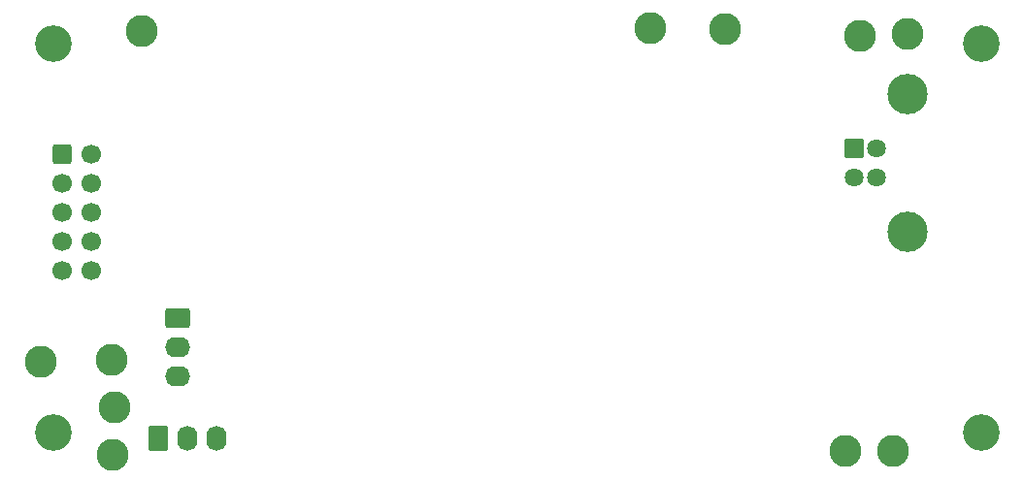
<source format=gbr>
%TF.GenerationSoftware,KiCad,Pcbnew,8.0.5*%
%TF.CreationDate,2024-10-16T13:53:07-05:00*%
%TF.ProjectId,MonitoringSystem_PCB,4d6f6e69-746f-4726-996e-675379737465,rev?*%
%TF.SameCoordinates,Original*%
%TF.FileFunction,Soldermask,Bot*%
%TF.FilePolarity,Negative*%
%FSLAX46Y46*%
G04 Gerber Fmt 4.6, Leading zero omitted, Abs format (unit mm)*
G04 Created by KiCad (PCBNEW 8.0.5) date 2024-10-16 13:53:07*
%MOMM*%
%LPD*%
G01*
G04 APERTURE LIST*
G04 Aperture macros list*
%AMRoundRect*
0 Rectangle with rounded corners*
0 $1 Rounding radius*
0 $2 $3 $4 $5 $6 $7 $8 $9 X,Y pos of 4 corners*
0 Add a 4 corners polygon primitive as box body*
4,1,4,$2,$3,$4,$5,$6,$7,$8,$9,$2,$3,0*
0 Add four circle primitives for the rounded corners*
1,1,$1+$1,$2,$3*
1,1,$1+$1,$4,$5*
1,1,$1+$1,$6,$7*
1,1,$1+$1,$8,$9*
0 Add four rect primitives between the rounded corners*
20,1,$1+$1,$2,$3,$4,$5,0*
20,1,$1+$1,$4,$5,$6,$7,0*
20,1,$1+$1,$6,$7,$8,$9,0*
20,1,$1+$1,$8,$9,$2,$3,0*%
G04 Aperture macros list end*
%ADD10RoundRect,0.250000X-0.620000X-0.845000X0.620000X-0.845000X0.620000X0.845000X-0.620000X0.845000X0*%
%ADD11O,1.740000X2.190000*%
%ADD12RoundRect,0.250000X-0.845000X0.620000X-0.845000X-0.620000X0.845000X-0.620000X0.845000X0.620000X0*%
%ADD13O,2.190000X1.740000*%
%ADD14C,3.520000*%
%ADD15C,1.632000*%
%ADD16RoundRect,0.102000X0.714000X-0.714000X0.714000X0.714000X-0.714000X0.714000X-0.714000X-0.714000X0*%
%ADD17C,2.800000*%
%ADD18C,3.200000*%
%ADD19C,1.700000*%
%ADD20RoundRect,0.250000X-0.600000X-0.600000X0.600000X-0.600000X0.600000X0.600000X-0.600000X0.600000X0*%
G04 APERTURE END LIST*
D10*
%TO.C,J1*%
X124180600Y-121488200D03*
D11*
X126720600Y-121488200D03*
X129260600Y-121488200D03*
%TD*%
D12*
%TO.C,J3*%
X125831600Y-110947200D03*
D13*
X125831600Y-113487200D03*
X125831600Y-116027200D03*
%TD*%
D14*
%TO.C,J2*%
X189545800Y-91394400D03*
X189545800Y-103434400D03*
D15*
X186835800Y-96164400D03*
X186835800Y-98664400D03*
D16*
X184835800Y-96164400D03*
D15*
X184835800Y-98664400D03*
%TD*%
D17*
%TO.C,TP11*%
X188264800Y-122555000D03*
%TD*%
%TO.C,TP10*%
X173583600Y-85750400D03*
%TD*%
%TO.C,TP9*%
X185394600Y-86309200D03*
%TD*%
%TO.C,TP8*%
X120167400Y-122885200D03*
%TD*%
%TO.C,TP7*%
X113893600Y-114808000D03*
%TD*%
%TO.C,TP6*%
X184150000Y-122580400D03*
%TD*%
%TO.C,TP5*%
X189534800Y-86156800D03*
%TD*%
%TO.C,TP4*%
X122758200Y-85953600D03*
%TD*%
%TO.C,TP3*%
X120345200Y-118745000D03*
%TD*%
%TO.C,TP2*%
X167132000Y-85623400D03*
%TD*%
%TO.C,TP1*%
X120116600Y-114630200D03*
%TD*%
D18*
%TO.C,H4*%
X115000000Y-121000000D03*
%TD*%
%TO.C,H3*%
X196000000Y-121000000D03*
%TD*%
%TO.C,H2*%
X196000000Y-87000000D03*
%TD*%
%TO.C,H1*%
X115000000Y-87000000D03*
%TD*%
D19*
%TO.C,J4*%
X118313200Y-106807000D03*
X115773200Y-106807000D03*
X118313200Y-104267000D03*
X115773200Y-104267000D03*
X118313200Y-101727000D03*
X115773200Y-101727000D03*
X118313200Y-99187000D03*
X115773200Y-99187000D03*
X118313200Y-96647000D03*
D20*
X115773200Y-96647000D03*
%TD*%
M02*

</source>
